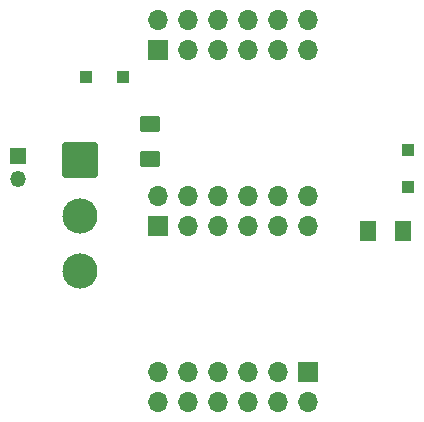
<source format=gbr>
%TF.GenerationSoftware,KiCad,Pcbnew,7.0.5*%
%TF.CreationDate,2024-01-18T17:38:35-05:00*%
%TF.ProjectId,CONN,434f4e4e-2e6b-4696-9361-645f70636258,rev?*%
%TF.SameCoordinates,Original*%
%TF.FileFunction,Soldermask,Top*%
%TF.FilePolarity,Negative*%
%FSLAX46Y46*%
G04 Gerber Fmt 4.6, Leading zero omitted, Abs format (unit mm)*
G04 Created by KiCad (PCBNEW 7.0.5) date 2024-01-18 17:38:35*
%MOMM*%
%LPD*%
G01*
G04 APERTURE LIST*
G04 Aperture macros list*
%AMRoundRect*
0 Rectangle with rounded corners*
0 $1 Rounding radius*
0 $2 $3 $4 $5 $6 $7 $8 $9 X,Y pos of 4 corners*
0 Add a 4 corners polygon primitive as box body*
4,1,4,$2,$3,$4,$5,$6,$7,$8,$9,$2,$3,0*
0 Add four circle primitives for the rounded corners*
1,1,$1+$1,$2,$3*
1,1,$1+$1,$4,$5*
1,1,$1+$1,$6,$7*
1,1,$1+$1,$8,$9*
0 Add four rect primitives between the rounded corners*
20,1,$1+$1,$2,$3,$4,$5,0*
20,1,$1+$1,$4,$5,$6,$7,0*
20,1,$1+$1,$6,$7,$8,$9,0*
20,1,$1+$1,$8,$9,$2,$3,0*%
G04 Aperture macros list end*
%ADD10R,1.000000X1.000000*%
%ADD11RoundRect,0.250001X0.624999X-0.462499X0.624999X0.462499X-0.624999X0.462499X-0.624999X-0.462499X0*%
%ADD12R,1.350000X1.350000*%
%ADD13O,1.350000X1.350000*%
%ADD14R,1.700000X1.700000*%
%ADD15O,1.700000X1.700000*%
%ADD16RoundRect,0.102000X-1.387500X1.387500X-1.387500X-1.387500X1.387500X-1.387500X1.387500X1.387500X0*%
%ADD17C,2.979000*%
%ADD18RoundRect,0.250001X0.462499X0.624999X-0.462499X0.624999X-0.462499X-0.624999X0.462499X-0.624999X0*%
G04 APERTURE END LIST*
D10*
%TO.C,TP1*%
X165010000Y-98048621D03*
%TD*%
D11*
%TO.C,D2*%
X143160000Y-95748621D03*
X143160000Y-92773621D03*
%TD*%
D12*
%TO.C,J10*%
X131990000Y-95428621D03*
D13*
X131990000Y-97428621D03*
%TD*%
D14*
%TO.C,J1*%
X143810000Y-86465599D03*
D15*
X143810000Y-83925599D03*
X146350000Y-86465599D03*
X146350000Y-83925599D03*
X148890000Y-86465599D03*
X148890000Y-83925599D03*
X151430000Y-86465599D03*
X151430000Y-83925599D03*
X153970000Y-86465599D03*
X153970000Y-83925599D03*
X156510000Y-86465599D03*
X156510000Y-83925599D03*
%TD*%
D16*
%TO.C,S1*%
X137240000Y-95804610D03*
D17*
X137240000Y-100504610D03*
X137240000Y-105204610D03*
%TD*%
D18*
%TO.C,D1*%
X164597500Y-101848621D03*
X161622500Y-101848621D03*
%TD*%
D14*
%TO.C,J2*%
X156510000Y-113743621D03*
D15*
X156510000Y-116283621D03*
X153970000Y-113743621D03*
X153970000Y-116283621D03*
X151430000Y-113743621D03*
X151430000Y-116283621D03*
X148890000Y-113743621D03*
X148890000Y-116283621D03*
X146350000Y-113743621D03*
X146350000Y-116283621D03*
X143810000Y-113743621D03*
X143810000Y-116283621D03*
%TD*%
D10*
%TO.C,TP4*%
X140910000Y-88748621D03*
%TD*%
%TO.C,TP3*%
X137710000Y-88748621D03*
%TD*%
%TO.C,TP2*%
X165010000Y-94998621D03*
%TD*%
D14*
%TO.C,J3*%
X143810000Y-101373621D03*
D15*
X143810000Y-98833621D03*
X146350000Y-101373621D03*
X146350000Y-98833621D03*
X148890000Y-101373621D03*
X148890000Y-98833621D03*
X151430000Y-101373621D03*
X151430000Y-98833621D03*
X153970000Y-101373621D03*
X153970000Y-98833621D03*
X156510000Y-101373621D03*
X156510000Y-98833621D03*
%TD*%
M02*

</source>
